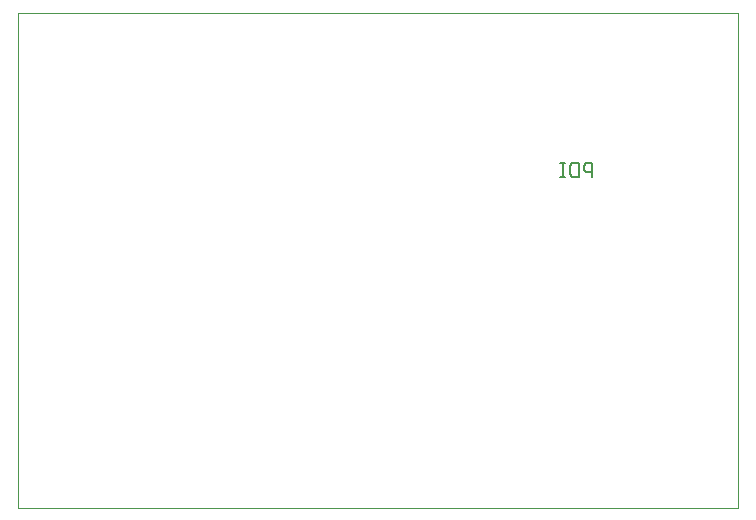
<source format=gbo>
G75*
G70*
%OFA0B0*%
%FSLAX24Y24*%
%IPPOS*%
%LPD*%
%AMOC8*
5,1,8,0,0,1.08239X$1,22.5*
%
%ADD10C,0.0000*%
%ADD11C,0.0060*%
D10*
X000161Y000161D02*
X000161Y016661D01*
X024161Y016661D01*
X024153Y000161D01*
X000161Y000161D01*
D11*
X018241Y011191D02*
X018388Y011191D01*
X018315Y011191D02*
X018315Y011632D01*
X018388Y011632D02*
X018241Y011632D01*
X018555Y011558D02*
X018628Y011632D01*
X018849Y011632D01*
X018849Y011191D01*
X018628Y011191D01*
X018555Y011265D01*
X018555Y011558D01*
X019015Y011558D02*
X019015Y011411D01*
X019089Y011338D01*
X019309Y011338D01*
X019309Y011191D02*
X019309Y011632D01*
X019089Y011632D01*
X019015Y011558D01*
M02*

</source>
